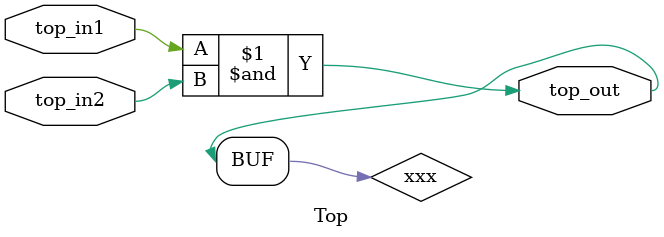
<source format=sv>
module Top (
	input logic top_in1,
	input logic top_in2,
	output logic top_out
);

	logic xxx;

	assign xxx = top_in1 & top_in2;

	assign top_out = xxx;
endmodule



</source>
